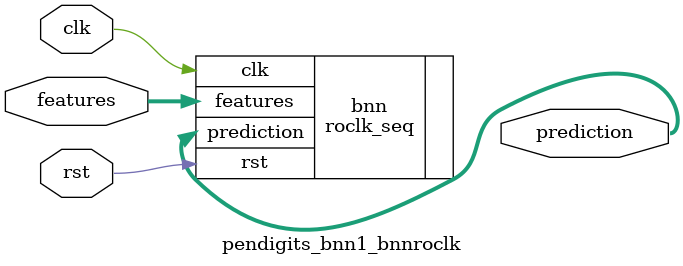
<source format=v>













module pendigits_bnn1_bnnroclk #(

parameter FEAT_CNT = 16,
parameter HIDDEN_CNT = 40,
parameter FEAT_BITS = 4,
parameter CLASS_CNT = 10,
parameter TEST_CNT = 1000


  ) (
  input clk,
  input rst,
  input [FEAT_CNT*FEAT_BITS-1:0] features,
  output [$clog2(CLASS_CNT)-1:0] prediction
  );

  localparam Weights0 = 640'b0101101001100011101101101101100110110001000001111010010111001000110110101111010101010001111100000110101111111000111000001101101000000011010100101110100101011010010010111010010010010101010110001011110100100011010011100001101100010110101111011010111110110001101100101111010110110101000010011110111110000101010111111100000110010010001111011111101111010000010100000101100101001010000110110100001111101100101100000010101110100100001101111011101011100101011010100101001111001010000111010000011100001011000000000010111100000101001110001010010100011110010010100110001001001011111110000001011011101101010100011111000001001101000110100010101101000010 ;
  localparam Weights1 = 400'b0000100000101111101101100001011000110000011110110111101011101100111100000000000001011101010001011000011110000100011101100111000000001111010000000110111100001000010010110010110110100000011111111101000010001000011011000111010110000010000010110101011011010111100111100010101011111110110001011100011000001010100011000011111010001111111000101011111010000101001111000111000011011001011111000001101001000001 ;

  roclk_seq #(.FEAT_CNT(FEAT_CNT),.FEAT_BITS(FEAT_BITS),.HIDDEN_CNT(HIDDEN_CNT),.CLASS_CNT(CLASS_CNT),.Weights0(Weights0),.Weights1(Weights1)) bnn (
    .clk(clk),
    .rst(rst),
    .features(features),
    .prediction(prediction)
  );

endmodule

</source>
